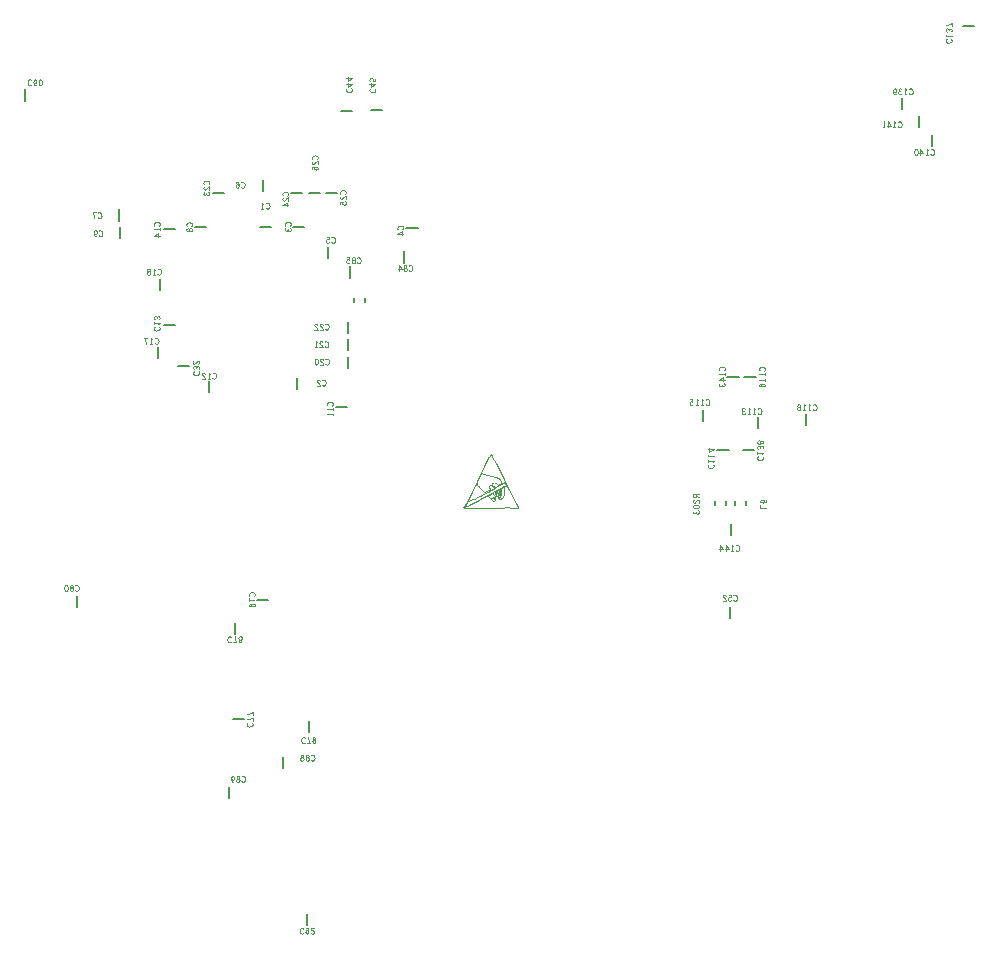
<source format=gbs>
G04 ================== begin FILE IDENTIFICATION RECORD ==================*
G04 Layout Name:  Beamforming_PCB_Ver1_0_1.brd*
G04 Film Name:    silkscreen_bottom*
G04 File Format:  Gerber RS274X*
G04 File Origin:  Cadence Allegro 16.6-2015-S066*
G04 Origin Date:  Thu Mar 18 00:04:30 2021*
G04 *
G04 Layer:  BOARD GEOMETRY/SILKSCREEN_BOTTOM*
G04 Layer:  REF DES/SILKSCREEN_BOTTOM*
G04 Layer:  PACKAGE GEOMETRY/SILKSCREEN_BOTTOM*
G04 Layer:  MANUFACTURING/AUTOSILK_BOTTOM*
G04 *
G04 Offset:    (0.00 0.00)*
G04 Mirror:    No*
G04 Mode:      Positive*
G04 Rotation:  0*
G04 FullContactRelief:  No*
G04 UndefLineWidth:     0.00*
G04 ================== end FILE IDENTIFICATION RECORD ====================*
%FSLAX25Y25*MOIN*%
%IR0*IPPOS*OFA0.00000B0.00000*MIA0B0*SFA1.00000B1.00000*%
%ADD10C,.003*%
%ADD11C,.004*%
%ADD12C,.00787*%
G75*
%LPD*%
G75*
G54D10*
G01X196326Y185074D02*
X196835Y184072D01*
X197484Y182796D01*
X198160Y181470D01*
X198758Y180300D01*
X199420Y179002D01*
X200319Y177239D01*
X201283Y175345D01*
X202170Y173600D01*
G03X202965Y172041I558673J283909D01*
G03X203648Y170712I296629J151604D01*
G01X204256Y169538D01*
G03X204314Y169455I347J180D01*
G02X204347Y169413I-267J-244D01*
G02X204375Y169364I-358J-237D01*
G02X204394Y169317I-332J-162D01*
G02X204400Y169280I-111J-37D01*
G02X204367Y169247I-33J0D01*
G01X201712Y169224D01*
G02X198759Y169206I-4771J540547D01*
G02X195250Y169200I-3583J1069416D01*
G01X191742Y169202D01*
X188789Y169207D01*
X186112Y169215D01*
G02X186103Y169225I0J9D01*
G02X186113Y169260I100J-10D01*
G01X188498Y174002D01*
X190921Y178814D01*
X193400Y183731D01*
G02X194075Y185061I308853J-155912D01*
G02X194651Y186180I157429J-80328D01*
G01X195170Y187181D01*
G02X195200Y187199I30J-16D01*
G02X195229Y187181I-1J-33D01*
G01X195551Y186575D01*
G02X195910Y185889I-59373J-31508D01*
G02X196326Y185074I-115951J-59698D01*
G01X199067Y177215D02*
G02X198368Y176841I-86064J160012D01*
G02X197493Y176377I-206525J388402D01*
G02X196492Y175848I-259556J489933D01*
G01X195400Y175275D01*
X194865Y174994D01*
X194086Y174585D01*
X193224Y174132D01*
X192400Y173700D01*
X191569Y173263D01*
X190685Y172800D01*
X189875Y172375D01*
X189300Y172075D01*
G03X187812Y171290I106090J-202900D01*
G03X187374Y171015I1681J-3163D01*
G03X187114Y170742I641J-871D01*
G03X186835Y170265I3923J-2615D01*
G03X186705Y169999I10008J-5056D01*
G03X186601Y169769I5370J-2567D01*
G03X186520Y169573I10534J-4468D01*
G03X186527Y169539I29J-12D01*
G03X186561Y169532I22J22D01*
G03X186744Y169609I-3597J8805D01*
G03X186960Y169709I-2106J4831D01*
G03X187209Y169834I-4315J8907D01*
G01X187547Y170011D01*
X188073Y170285D01*
X188667Y170595D01*
X189250Y170898D01*
X189859Y171215D01*
X190532Y171566D01*
X191168Y171898D01*
X191650Y172150D01*
X192138Y172404D01*
X192797Y172748D01*
X193503Y173115D01*
X194150Y173451D01*
X194776Y173776D01*
X195415Y174109D01*
X195982Y174406D01*
G03X196350Y174599I-42347J81192D01*
G02X196723Y174796I41231J-77615D01*
G01X197314Y175105D01*
X197986Y175455D01*
X198650Y175800D01*
G03X199267Y176120I-115734J223904D01*
G03X199793Y176396I-62739J120208D01*
G01X200256Y176641D01*
G03X200294Y176667I-97J182D01*
G03X200311Y176743I-42J49D01*
G03X200119Y177151I-17645J-8054D01*
G03X199919Y177554I-16440J-7908D01*
G03X199843Y177600I-76J-39D01*
G03X199801Y177590I1J-96D01*
G03X199590Y177487I12808J-26505D01*
G03X199346Y177362I6233J-12467D01*
G03X199067Y177215I11196J-21588D01*
G01X191195Y178789D02*
G03X190849Y178093I97090J-48700D01*
G03X190564Y177503I49643J-24344D01*
G01X190313Y176978D01*
G03X190319Y176954I18J-8D01*
G03X190343Y176937I136J167D01*
G03X190481Y176856I34446J58528D01*
G03X190642Y176761I15996J26925D01*
G03X190827Y176654I26981J46436D01*
G02X191046Y176509I-1042J-1811D01*
G02X191247Y176336I-1309J-1724D01*
G02X191421Y176143I-1456J-1488D01*
G02X191562Y175939I-1344J-1079D01*
G03X191865Y175527I2121J1242D01*
G03X192389Y174990I8019J7300D01*
G03X192939Y174487I11400J11913D01*
G03X193171Y174400I232J266D01*
G03X193328Y174432I0J401D01*
G03X193667Y174585I-3313J7792D01*
G03X194084Y174797I-4075J8532D01*
G03X194563Y175065I-8455J15673D01*
G01X194975Y175304D01*
X194833Y175718D01*
G02X194726Y176103I3047J1054D01*
G02X194732Y176352I529J112D01*
G02X194844Y176515I282J-74D01*
G02X195070Y176621I396J-551D01*
G03X195224Y176682I-168J649D01*
G03X195379Y176785I-504J927D01*
G03X195529Y176927I-817J1013D01*
G03X195670Y177102I-1348J1231D01*
G02X195951Y177426I1694J-1185D01*
G02X196218Y177561I366J-392D01*
G02X196534Y177539I116J-615D01*
G02X196979Y177348I-999J-2941D01*
G02X197194Y177227I-1856J-3550D01*
G02X197393Y177097I-1780J-2942D01*
G02X197554Y176976I-1722J-2459D01*
G02X197629Y176891I-216J-266D01*
G03X197711Y176808I225J140D01*
G03X197806Y176790I70J111D01*
G03X197954Y176839I-100J550D01*
G03X198294Y177014I-6290J12639D01*
G03X198513Y177134I-5688J10640D01*
G03X198712Y177249I-4221J7534D01*
G03X198876Y177349I-4716J7919D01*
G03X198937Y177398I-187J295D01*
G03X198956Y177519I-73J74D01*
G03X198700Y177997I-12304J-6282D01*
G03X198402Y178486I-6688J-3740D01*
G03X198107Y178878I-3449J-2289D01*
G03X197924Y179016I-398J-338D01*
G03X197554Y179161I-1690J-3768D01*
G03X196969Y179340I-3156J-9267D01*
G03X195981Y179600I-18082J-66703D01*
G02X195179Y179807I46663J182449D01*
G02X194368Y180020I50024J192118D01*
G02X193652Y180211I45431J171743D01*
G02X193200Y180336I7968J29693D01*
G03X192865Y180430I-9518J-33276D01*
G03X192563Y180511I-6040J-21918D01*
G03X192309Y180576I-7387J-28336D01*
G03X192226Y180589I-122J-510D01*
G03X192155Y180553I-7J-74D01*
G03X191871Y180065I38370J-22657D01*
G03X191551Y179483I16697J-9559D01*
G03X191195Y178789I32149J-16930D01*
G01X195077Y173718D02*
X194404Y173340D01*
X195267Y172315D01*
G03X195702Y171810I20521J17237D01*
G03X195989Y171517I3129J2778D01*
G03X196196Y171353I1168J1261D01*
G03X196339Y171320I114J169D01*
G03X196491Y171388I-42J297D01*
G03X196571Y171524I-159J185D01*
G03X196576Y171748I-599J125D01*
G03X196502Y172094I-3425J-552D01*
G03X196433Y172324I-4383J-1189D01*
G03X196378Y172415I-224J-73D01*
G03X196308Y172438I-57J-55D01*
G03X196202Y172401I62J-347D01*
G02X196047Y172325I-1265J2384D01*
G02X195963Y172305I-90J191D01*
G02X195918Y172331I0J51D01*
G02X195900Y172396I111J66D01*
G02X195914Y172441I79J0D01*
G02X195961Y172497I340J-237D01*
G02X196029Y172555I396J-396D01*
G02X196108Y172604I406J-567D01*
G02X196308Y172639I153J-285D01*
G02X196505Y172552I-58J-397D01*
G02X196651Y172359I-337J-407D01*
G02X196707Y172110I-602J-266D01*
G03X196716Y171996I1116J31D01*
G03X196737Y171867I1849J235D01*
G03X196767Y171745I1737J362D01*
G03X196800Y171650I717J196D01*
G03X196864I32J14D01*
G03X196895Y171819I-339J150D01*
G03X196843Y172264I-3840J-223D01*
G03X196740Y172702I-3847J-673D01*
G03X196577Y173098I-2004J-593D01*
G03X196288Y173580I-5355J-2883D01*
G03X195975Y174021I-7234J-4803D01*
G03X195813Y174098I-155J-118D01*
G03X195769Y174087I3J-105D01*
G03X195571Y173985I10866J-21335D01*
G03X195339Y173863I5690J-11101D01*
G03X195077Y173718I10202J-18743D01*
G01X195500Y176602D02*
G03X195524Y176551I66J0D01*
G03X195647Y176458I1372J1687D01*
G03X195808Y176354I1296J1829D01*
G03X196000Y176250I1875J3233D01*
G03X196237Y176136I2695J5299D01*
G03X196385Y176086I334J745D01*
G03X196467Y176087I39J159D01*
G03X196500Y176131I-12J44D01*
G03X196474Y176196I-94J0D01*
G03X196375Y176286I-717J-690D01*
G03X196238Y176382I-812J-1012D01*
G03X196075Y176470I-999J-1656D01*
G03X195741Y176627I-8078J-16752D01*
G03X195597Y176676I-311J-677D01*
G03X195530Y176662I-18J-79D01*
G03X195500Y176602I45J-60D01*
G01X198925Y175720D02*
G03X198715Y175605I1763J-3468D01*
G03X198627Y175525I147J-250D01*
G03X198616Y175450I67J-48D01*
G03X198668Y175365I207J68D01*
G02X198695Y175306I-64J-65D01*
G02X198709Y175006I-16117J-902D01*
G02X198715Y174649I-9532J-339D01*
G02X198710Y174239I-16603J-3D01*
G02X198686Y173606I-23561J576D01*
G02X198643Y173274I-2160J111D01*
G02X198557Y173019I-1107J231D01*
G02X198392Y172721I-2562J1224D01*
G03X198225Y172424I2679J-1702D01*
G03X198121Y172155I1467J-722D01*
G03X198092Y171963I703J-204D01*
G03X198155Y171900I63J0D01*
G03X198187Y171912I0J50D01*
G03X198265Y171981I-1576J1861D01*
G03X198356Y172070I-1445J1568D01*
G03X198453Y172175I-2475J2383D01*
G02X198591Y172322I2559J-2264D01*
G02X198671Y172373I153J-152D01*
G02X198735Y172365I24J-67D01*
G02X198801Y172300I-142J-211D01*
G03X198871Y172246I121J84D01*
G03X198949Y172251I34J88D01*
G03X199055Y172334I-208J375D01*
G03X199242Y172543I-4684J4379D01*
G03X199376Y172719I-1346J1164D01*
G03X199498Y172925I-2029J1340D01*
G03X199593Y173128I-1962J1042D01*
G03X199639Y173293I-723J290D01*
G03X199714Y173893I-7129J1196D01*
G03X199767Y174717I-24357J1980D01*
G03X199797Y175524I-34183J1675D01*
G03X199762Y175839I-1176J29D01*
G03X199700Y176003I-749J-189D01*
G03X199622Y176043I-67J-35D01*
G03X199480Y175999I65J-462D01*
G03X198925Y175720I28893J-58167D01*
G01X198221Y174949D02*
G03X198174Y174747I2837J-766D01*
G03X198135Y174516I4796J-928D01*
G03X198109Y174290I4659J-650D01*
G03X198100Y174109I1911J-186D01*
G02X198083Y173922I-1034J0D01*
G02X198031Y173707I-1952J358D01*
G02X197951Y173488I-2080J636D01*
G02X197851Y173285I-1758J740D01*
G03X197684Y172948I2713J-1554D01*
G03X197613Y172677I911J-384D01*
G03X197633Y172466I506J-59D01*
G03X197739Y172309I319J101D01*
G03X197824Y172283I74J89D01*
G03X197910Y172323I-15J144D01*
G03X198016Y172453I-459J482D01*
G03X198180Y172731I-6485J4013D01*
G03X198350Y173067I-3453J1958D01*
G03X198438Y173339I-1233J549D01*
G03X198481Y173671I-2097J440D01*
G03X198501Y174259I-18004J907D01*
G03X198513Y175039I-207858J3588D01*
G03X198507Y175265I-2697J41D01*
G03X198479Y175364I-258J-19D01*
G03X198421Y175400I-58J-29D01*
G03X198384Y175378I0J-42D01*
G03X198329Y175267I1350J-738D01*
G03X198273Y175122I1509J-666D01*
G03X198221Y174949I2790J-933D01*
G01X197405Y174934D02*
G03X197384Y174899I45J-51D01*
G03X197353Y174752I6110J-1365D01*
G03X197320Y174574I4354J-899D01*
G03X197290Y174372I7241J-1179D01*
G02X197259Y174146I-17280J2255D01*
G02X197221Y173900I-24531J3663D01*
G02X197184Y173671I-22601J3534D01*
G02X197153Y173500I-7135J1205D01*
G03X197132Y173334I1298J-249D01*
G03X197137Y173191I727J-46D01*
G03X197168Y173067I557J73D01*
G03X197225Y172963I397J150D01*
G03X197313Y172882I270J205D01*
G03X197383Y172887I32J49D01*
G03X197461Y172987I-225J256D01*
G03X197625Y173313I-12853J6670D01*
G03X197729Y173555I-2458J1200D01*
G03X197824Y173839I-4284J1591D01*
G03X197898Y174120I-4210J1259D01*
G03X197936Y174350I-1797J415D01*
G02X197960Y174559I6206J-607D01*
G02X197992Y174772I6864J-922D01*
G02X198026Y174961I6080J-996D01*
G02X198057Y175085I1233J-242D01*
G01X198129Y175320D01*
X197789Y175147D01*
G03X197656Y175078I4416J-8674D01*
G03X197536Y175013I3088J-5844D01*
G03X197437Y174957I3812J-6854D01*
G03X197405Y174934I92J-161D01*
G01X196760Y174525D02*
G02X196765Y174455I-3114J-258D01*
G02X196771Y174334I-25299J-1315D01*
G02X196779Y174193I-28243J-1673D01*
G02X196785Y174050I-30119J-1335D01*
G03X196797Y173916I1490J66D01*
G03X196820Y173803I803J105D01*
G03X196850Y173721I528J147D01*
G03X196884Y173700I33J16D01*
G03X196980Y173755I0J112D01*
G03X197088Y173971I-1476J873D01*
G03X197172Y174229I-1623J671D01*
G03X197200Y174462I-958J233D01*
G03X197190Y174591I-866J-2D01*
G03X197156Y174658I-117J-17D01*
G03X197090Y174687I-71J-73D01*
G03X196975Y174682I-32J-589D01*
G03X196890Y174660I61J-412D01*
G03X196819Y174623I97J-272D01*
G03X196773Y174575I114J-156D01*
G03X196760Y174525I65J-44D01*
G01X198525Y171942D02*
G03X198604Y171913I70J70D01*
G03X198695Y171950I-15J168D01*
G03X198751Y172031I-107J134D01*
G03X198740Y172116I-98J31D01*
G03X198706Y172153I-114J-71D01*
G03X198666Y172166I-39J-51D01*
G03X198621Y172152I3J-88D01*
G03X198570Y172110I170J-259D01*
G03X198534Y172065I183J-184D01*
G03X198513Y172017I148J-93D01*
G03X198510Y171973I114J-30D01*
G03X198525Y171942I52J6D01*
G54D11*
G01X41950Y310267D02*
X41800Y310167D01*
X41625Y310100D01*
X41425D01*
X41200Y310200D01*
X41025Y310367D01*
X40900Y310567D01*
X40800Y310900D01*
X40775Y311200D01*
X40825Y311500D01*
X40900Y311700D01*
X41050Y311900D01*
X41225Y312033D01*
X41400Y312100D01*
X41575D01*
X41750Y312033D01*
X41900Y311933D01*
X42025Y311800D01*
G01X42725Y311267D02*
X42900Y311033D01*
X43050Y310900D01*
X43250Y310833D01*
X43425Y310900D01*
X43550Y311033D01*
X43650Y311233D01*
X43675Y311467D01*
X43650Y311667D01*
X43550Y311867D01*
X43400Y312033D01*
X43225Y312100D01*
X43025Y312033D01*
X42850Y311833D01*
X42750Y311533D01*
X42725Y311200D01*
X42775Y310767D01*
X42850Y310533D01*
X42975Y310300D01*
X43150Y310133D01*
X43325Y310100D01*
X43500Y310167D01*
X43625Y310333D01*
G01X45000Y310100D02*
X44800Y310167D01*
X44650Y310333D01*
X44550Y310533D01*
X44475Y310800D01*
X44450Y311100D01*
X44475Y311400D01*
X44550Y311667D01*
X44650Y311867D01*
X44800Y312033D01*
X45000Y312100D01*
X45200Y312033D01*
X45350Y311867D01*
X45450Y311667D01*
X45525Y311400D01*
X45550Y311100D01*
X45525Y310800D01*
X45450Y310533D01*
X45350Y310333D01*
X45200Y310167D01*
X45000Y310100D01*
G01X56650Y143433D02*
X56800Y143533D01*
X56975Y143600D01*
X57175D01*
X57400Y143500D01*
X57575Y143333D01*
X57700Y143133D01*
X57800Y142800D01*
X57825Y142500D01*
X57775Y142200D01*
X57700Y142000D01*
X57550Y141800D01*
X57375Y141667D01*
X57200Y141600D01*
X57025D01*
X56850Y141667D01*
X56700Y141767D01*
X56575Y141900D01*
G01X55400Y141600D02*
X55225Y141633D01*
X55025Y141733D01*
X54900Y141900D01*
X54850Y142133D01*
X54900Y142367D01*
X55050Y142567D01*
X55275Y142667D01*
X55525D01*
X55675Y142733D01*
X55800Y142900D01*
X55850Y143133D01*
X55775Y143367D01*
X55600Y143533D01*
X55400Y143600D01*
X55200Y143533D01*
X55025Y143367D01*
X54950Y143133D01*
X55000Y142900D01*
X55125Y142733D01*
X55275Y142667D01*
X55525D01*
X55750Y142567D01*
X55900Y142367D01*
X55950Y142133D01*
X55900Y141900D01*
X55775Y141733D01*
X55575Y141633D01*
X55400Y141600D01*
G01X53600Y143600D02*
X53800Y143533D01*
X53950Y143367D01*
X54050Y143167D01*
X54125Y142900D01*
X54150Y142600D01*
X54125Y142300D01*
X54050Y142033D01*
X53950Y141833D01*
X53800Y141667D01*
X53600Y141600D01*
X53400Y141667D01*
X53250Y141833D01*
X53150Y142033D01*
X53075Y142300D01*
X53050Y142600D01*
X53075Y142900D01*
X53150Y143167D01*
X53250Y143367D01*
X53400Y143533D01*
X53600Y143600D01*
G01X64550Y261633D02*
X64700Y261733D01*
X64875Y261800D01*
X65075D01*
X65300Y261700D01*
X65475Y261533D01*
X65600Y261333D01*
X65700Y261000D01*
X65725Y260700D01*
X65675Y260400D01*
X65600Y260200D01*
X65450Y260000D01*
X65275Y259867D01*
X65100Y259800D01*
X64925D01*
X64750Y259867D01*
X64600Y259967D01*
X64475Y260100D01*
G01X63725Y260033D02*
X63550Y259867D01*
X63350Y259800D01*
X63150Y259867D01*
X62975Y260067D01*
X62850Y260367D01*
X62800Y260667D01*
Y261033D01*
X62850Y261333D01*
X62975Y261600D01*
X63125Y261733D01*
X63300Y261800D01*
X63500Y261733D01*
X63650Y261600D01*
X63750Y261400D01*
X63800Y261133D01*
X63750Y260900D01*
X63625Y260667D01*
X63475Y260533D01*
X63300Y260500D01*
X63100Y260567D01*
X62950Y260733D01*
X62800Y261033D01*
G01X64250Y267633D02*
X64400Y267733D01*
X64575Y267800D01*
X64775D01*
X65000Y267700D01*
X65175Y267533D01*
X65300Y267333D01*
X65400Y267000D01*
X65425Y266700D01*
X65375Y266400D01*
X65300Y266200D01*
X65150Y266000D01*
X64975Y265867D01*
X64800Y265800D01*
X64625D01*
X64450Y265867D01*
X64300Y265967D01*
X64175Y266100D01*
G01X63050Y265800D02*
X63000Y266233D01*
X62925Y266600D01*
X62825Y266933D01*
X62700Y267300D01*
X62500Y267800D01*
X63500D01*
G01X83250Y225733D02*
X83400Y225833D01*
X83575Y225900D01*
X83775D01*
X84000Y225800D01*
X84175Y225633D01*
X84300Y225433D01*
X84400Y225100D01*
X84425Y224800D01*
X84375Y224500D01*
X84300Y224300D01*
X84150Y224100D01*
X83975Y223967D01*
X83800Y223900D01*
X83625D01*
X83450Y223967D01*
X83300Y224067D01*
X83175Y224200D01*
G01X82000Y223900D02*
Y225900D01*
X82300Y225500D01*
G01Y223900D02*
X81700D01*
G01X80250D02*
X80200Y224333D01*
X80125Y224700D01*
X80025Y225033D01*
X79900Y225400D01*
X79700Y225900D01*
X80700D01*
G01X84633Y229550D02*
X84733Y229400D01*
X84800Y229225D01*
Y229025D01*
X84700Y228800D01*
X84533Y228625D01*
X84333Y228500D01*
X84000Y228400D01*
X83700Y228375D01*
X83400Y228425D01*
X83200Y228500D01*
X83000Y228650D01*
X82867Y228825D01*
X82800Y229000D01*
Y229175D01*
X82867Y229350D01*
X82967Y229500D01*
X83100Y229625D01*
G01X82800Y230800D02*
X84800D01*
X84400Y230500D01*
G01X82800D02*
Y231100D01*
G01X83200Y232050D02*
X82967Y232200D01*
X82833Y232400D01*
X82800Y232625D01*
X82833Y232825D01*
X83000Y233025D01*
X83200Y233150D01*
X83400Y233175D01*
X83633Y233125D01*
X83800Y232950D01*
X83867Y232775D01*
Y232550D01*
G01Y232775D02*
X83967Y232925D01*
X84133Y233050D01*
X84333Y233100D01*
X84533Y233050D01*
X84700Y232925D01*
X84800Y232700D01*
X84767Y232475D01*
X84633Y232250D01*
G01X84150Y248833D02*
X84300Y248933D01*
X84475Y249000D01*
X84675D01*
X84900Y248900D01*
X85075Y248733D01*
X85200Y248533D01*
X85300Y248200D01*
X85325Y247900D01*
X85275Y247600D01*
X85200Y247400D01*
X85050Y247200D01*
X84875Y247067D01*
X84700Y247000D01*
X84525D01*
X84350Y247067D01*
X84200Y247167D01*
X84075Y247300D01*
G01X82900Y247000D02*
Y249000D01*
X83200Y248600D01*
G01Y247000D02*
X82600D01*
G01X81100D02*
X80925Y247033D01*
X80725Y247133D01*
X80600Y247300D01*
X80550Y247533D01*
X80600Y247767D01*
X80750Y247967D01*
X80975Y248067D01*
X81225D01*
X81375Y248133D01*
X81500Y248300D01*
X81550Y248533D01*
X81475Y248767D01*
X81300Y248933D01*
X81100Y249000D01*
X80900Y248933D01*
X80725Y248767D01*
X80650Y248533D01*
X80700Y248300D01*
X80825Y248133D01*
X80975Y248067D01*
X81225D01*
X81450Y247967D01*
X81600Y247767D01*
X81650Y247533D01*
X81600Y247300D01*
X81475Y247133D01*
X81275Y247033D01*
X81100Y247000D01*
G01X83067Y263350D02*
X82967Y263500D01*
X82900Y263675D01*
Y263875D01*
X83000Y264100D01*
X83167Y264275D01*
X83367Y264400D01*
X83700Y264500D01*
X84000Y264525D01*
X84300Y264475D01*
X84500Y264400D01*
X84700Y264250D01*
X84833Y264075D01*
X84900Y263900D01*
Y263725D01*
X84833Y263550D01*
X84733Y263400D01*
X84600Y263275D01*
G01X84900Y262100D02*
X82900D01*
X83300Y262400D01*
G01X84900D02*
Y261800D01*
G01Y260000D02*
X82900D01*
X84333Y260925D01*
Y259675D01*
G01X93810Y263250D02*
X93710Y263400D01*
X93643Y263575D01*
Y263775D01*
X93743Y264000D01*
X93910Y264175D01*
X94110Y264300D01*
X94443Y264400D01*
X94743Y264425D01*
X95043Y264375D01*
X95243Y264300D01*
X95443Y264150D01*
X95576Y263975D01*
X95643Y263800D01*
Y263625D01*
X95576Y263450D01*
X95476Y263300D01*
X95343Y263175D01*
G01X95643Y262000D02*
X95610Y261825D01*
X95510Y261625D01*
X95343Y261500D01*
X95110Y261450D01*
X94876Y261500D01*
X94676Y261650D01*
X94576Y261875D01*
Y262125D01*
X94510Y262275D01*
X94343Y262400D01*
X94110Y262450D01*
X93876Y262375D01*
X93710Y262200D01*
X93643Y262000D01*
X93710Y261800D01*
X93876Y261625D01*
X94110Y261550D01*
X94343Y261600D01*
X94510Y261725D01*
X94576Y261875D01*
Y262125D01*
X94676Y262350D01*
X94876Y262500D01*
X95110Y262550D01*
X95343Y262500D01*
X95510Y262375D01*
X95610Y262175D01*
X95643Y262000D01*
G01X97833Y214750D02*
X97933Y214600D01*
X98000Y214425D01*
Y214225D01*
X97900Y214000D01*
X97733Y213825D01*
X97533Y213700D01*
X97200Y213600D01*
X96900Y213575D01*
X96600Y213625D01*
X96400Y213700D01*
X96200Y213850D01*
X96067Y214025D01*
X96000Y214200D01*
Y214375D01*
X96067Y214550D01*
X96167Y214700D01*
X96300Y214825D01*
G01X96400Y215450D02*
X96167Y215600D01*
X96033Y215800D01*
X96000Y216025D01*
X96033Y216225D01*
X96200Y216425D01*
X96400Y216550D01*
X96600Y216575D01*
X96833Y216525D01*
X97000Y216350D01*
X97067Y216175D01*
Y215950D01*
G01Y216175D02*
X97167Y216325D01*
X97333Y216450D01*
X97533Y216500D01*
X97733Y216450D01*
X97900Y216325D01*
X98000Y216100D01*
X97967Y215875D01*
X97833Y215650D01*
G01X97667Y217325D02*
X97867Y217475D01*
X97967Y217650D01*
X98000Y217850D01*
X97933Y218100D01*
X97767Y218275D01*
X97567Y218325D01*
X97367Y218300D01*
X97200Y218200D01*
X96867Y217700D01*
X96633Y217475D01*
X96300Y217325D01*
X96000Y217275D01*
Y218325D01*
G01X102450Y214190D02*
X102600Y214290D01*
X102775Y214357D01*
X102975D01*
X103200Y214257D01*
X103375Y214090D01*
X103500Y213890D01*
X103600Y213557D01*
X103625Y213257D01*
X103575Y212957D01*
X103500Y212757D01*
X103350Y212557D01*
X103175Y212424D01*
X103000Y212357D01*
X102825D01*
X102650Y212424D01*
X102500Y212524D01*
X102375Y212657D01*
G01X101200Y212357D02*
Y214357D01*
X101500Y213957D01*
G01Y212357D02*
X100900D01*
G01X99875Y214024D02*
X99725Y214224D01*
X99550Y214324D01*
X99350Y214357D01*
X99100Y214290D01*
X98925Y214124D01*
X98875Y213924D01*
X98900Y213724D01*
X99000Y213557D01*
X99500Y213224D01*
X99725Y212990D01*
X99875Y212657D01*
X99925Y212357D01*
X98875D01*
G01X99567Y277150D02*
X99467Y277300D01*
X99400Y277475D01*
Y277675D01*
X99500Y277900D01*
X99667Y278075D01*
X99867Y278200D01*
X100200Y278300D01*
X100500Y278325D01*
X100800Y278275D01*
X101000Y278200D01*
X101200Y278050D01*
X101333Y277875D01*
X101400Y277700D01*
Y277525D01*
X101333Y277350D01*
X101233Y277200D01*
X101100Y277075D01*
G01X99733Y276375D02*
X99533Y276225D01*
X99433Y276050D01*
X99400Y275850D01*
X99467Y275600D01*
X99633Y275425D01*
X99833Y275375D01*
X100033Y275400D01*
X100200Y275500D01*
X100533Y276000D01*
X100767Y276225D01*
X101100Y276375D01*
X101400Y276425D01*
Y275375D01*
G01X101000Y274650D02*
X101233Y274500D01*
X101367Y274300D01*
X101400Y274075D01*
X101367Y273875D01*
X101200Y273675D01*
X101000Y273550D01*
X100800Y273525D01*
X100567Y273575D01*
X100400Y273750D01*
X100333Y273925D01*
Y274150D01*
G01Y273925D02*
X100233Y273775D01*
X100067Y273650D01*
X99867Y273600D01*
X99667Y273650D01*
X99500Y273775D01*
X99400Y274000D01*
X99433Y274225D01*
X99567Y274450D01*
G01X112150Y79733D02*
X112300Y79833D01*
X112475Y79900D01*
X112675D01*
X112900Y79800D01*
X113075Y79633D01*
X113200Y79433D01*
X113300Y79100D01*
X113325Y78800D01*
X113275Y78500D01*
X113200Y78300D01*
X113050Y78100D01*
X112875Y77967D01*
X112700Y77900D01*
X112525D01*
X112350Y77967D01*
X112200Y78067D01*
X112075Y78200D01*
G01X110900Y77900D02*
X110725Y77933D01*
X110525Y78033D01*
X110400Y78200D01*
X110350Y78433D01*
X110400Y78667D01*
X110550Y78867D01*
X110775Y78967D01*
X111025D01*
X111175Y79033D01*
X111300Y79200D01*
X111350Y79433D01*
X111275Y79667D01*
X111100Y79833D01*
X110900Y79900D01*
X110700Y79833D01*
X110525Y79667D01*
X110450Y79433D01*
X110500Y79200D01*
X110625Y79033D01*
X110775Y78967D01*
X111025D01*
X111250Y78867D01*
X111400Y78667D01*
X111450Y78433D01*
X111400Y78200D01*
X111275Y78033D01*
X111075Y77933D01*
X110900Y77900D01*
G01X109525Y78133D02*
X109350Y77967D01*
X109150Y77900D01*
X108950Y77967D01*
X108775Y78167D01*
X108650Y78467D01*
X108600Y78767D01*
Y79133D01*
X108650Y79433D01*
X108775Y79700D01*
X108925Y79833D01*
X109100Y79900D01*
X109300Y79833D01*
X109450Y79700D01*
X109550Y79500D01*
X109600Y79233D01*
X109550Y79000D01*
X109425Y78767D01*
X109275Y78633D01*
X109100Y78600D01*
X108900Y78667D01*
X108750Y78833D01*
X108600Y79133D01*
G01X108550Y124610D02*
X108400Y124510D01*
X108225Y124443D01*
X108025D01*
X107800Y124543D01*
X107625Y124710D01*
X107500Y124910D01*
X107400Y125243D01*
X107375Y125543D01*
X107425Y125843D01*
X107500Y126043D01*
X107650Y126243D01*
X107825Y126376D01*
X108000Y126443D01*
X108175D01*
X108350Y126376D01*
X108500Y126276D01*
X108625Y126143D01*
G01X109750Y126443D02*
X109800Y126010D01*
X109875Y125643D01*
X109975Y125310D01*
X110100Y124943D01*
X110300Y124443D01*
X109300D01*
G01X111600Y126443D02*
X111775Y126410D01*
X111975Y126310D01*
X112100Y126143D01*
X112150Y125910D01*
X112100Y125676D01*
X111950Y125476D01*
X111725Y125376D01*
X111475D01*
X111325Y125310D01*
X111200Y125143D01*
X111150Y124910D01*
X111225Y124676D01*
X111400Y124510D01*
X111600Y124443D01*
X111800Y124510D01*
X111975Y124676D01*
X112050Y124910D01*
X112000Y125143D01*
X111875Y125310D01*
X111725Y125376D01*
X111475D01*
X111250Y125476D01*
X111100Y125676D01*
X111050Y125910D01*
X111100Y126143D01*
X111225Y126310D01*
X111425Y126410D01*
X111600Y126443D01*
G01X111950Y277733D02*
X112100Y277833D01*
X112275Y277900D01*
X112475D01*
X112700Y277800D01*
X112875Y277633D01*
X113000Y277433D01*
X113100Y277100D01*
X113125Y276800D01*
X113075Y276500D01*
X113000Y276300D01*
X112850Y276100D01*
X112675Y275967D01*
X112500Y275900D01*
X112325D01*
X112150Y275967D01*
X112000Y276067D01*
X111875Y276200D01*
G01X111175Y276733D02*
X111000Y276967D01*
X110850Y277100D01*
X110650Y277167D01*
X110475Y277100D01*
X110350Y276967D01*
X110250Y276767D01*
X110225Y276533D01*
X110250Y276333D01*
X110350Y276133D01*
X110500Y275967D01*
X110675Y275900D01*
X110875Y275967D01*
X111050Y276167D01*
X111150Y276467D01*
X111175Y276800D01*
X111125Y277233D01*
X111050Y277467D01*
X110925Y277700D01*
X110750Y277867D01*
X110575Y277900D01*
X110400Y277833D01*
X110275Y277667D01*
G01X115590Y97550D02*
X115690Y97400D01*
X115757Y97225D01*
Y97025D01*
X115657Y96800D01*
X115490Y96625D01*
X115290Y96500D01*
X114957Y96400D01*
X114657Y96375D01*
X114357Y96425D01*
X114157Y96500D01*
X113957Y96650D01*
X113824Y96825D01*
X113757Y97000D01*
Y97175D01*
X113824Y97350D01*
X113924Y97500D01*
X114057Y97625D01*
G01X113757Y98750D02*
X114190Y98800D01*
X114557Y98875D01*
X114890Y98975D01*
X115257Y99100D01*
X115757Y99300D01*
Y98300D01*
G01X113757Y100550D02*
X114190Y100600D01*
X114557Y100675D01*
X114890Y100775D01*
X115257Y100900D01*
X115757Y101100D01*
Y100100D01*
G01X114710Y139950D02*
X114610Y140100D01*
X114543Y140275D01*
Y140475D01*
X114643Y140700D01*
X114810Y140875D01*
X115010Y141000D01*
X115343Y141100D01*
X115643Y141125D01*
X115943Y141075D01*
X116143Y141000D01*
X116343Y140850D01*
X116476Y140675D01*
X116543Y140500D01*
Y140325D01*
X116476Y140150D01*
X116376Y140000D01*
X116243Y139875D01*
G01X116543Y138750D02*
X116110Y138700D01*
X115743Y138625D01*
X115410Y138525D01*
X115043Y138400D01*
X114543Y138200D01*
Y139200D01*
G01X115710Y137375D02*
X115476Y137200D01*
X115343Y137050D01*
X115276Y136850D01*
X115343Y136675D01*
X115476Y136550D01*
X115676Y136450D01*
X115910Y136425D01*
X116110Y136450D01*
X116310Y136550D01*
X116476Y136700D01*
X116543Y136875D01*
X116476Y137075D01*
X116276Y137250D01*
X115976Y137350D01*
X115643Y137375D01*
X115210Y137325D01*
X114976Y137250D01*
X114743Y137125D01*
X114576Y136950D01*
X114543Y136775D01*
X114610Y136600D01*
X114776Y136475D01*
G01X120250Y270833D02*
X120400Y270933D01*
X120575Y271000D01*
X120775D01*
X121000Y270900D01*
X121175Y270733D01*
X121300Y270533D01*
X121400Y270200D01*
X121425Y269900D01*
X121375Y269600D01*
X121300Y269400D01*
X121150Y269200D01*
X120975Y269067D01*
X120800Y269000D01*
X120625D01*
X120450Y269067D01*
X120300Y269167D01*
X120175Y269300D01*
G01X119000Y269000D02*
Y271000D01*
X119300Y270600D01*
G01Y269000D02*
X118700D01*
G01X126710Y263350D02*
X126610Y263500D01*
X126543Y263675D01*
Y263875D01*
X126643Y264100D01*
X126810Y264275D01*
X127010Y264400D01*
X127343Y264500D01*
X127643Y264525D01*
X127943Y264475D01*
X128143Y264400D01*
X128343Y264250D01*
X128476Y264075D01*
X128543Y263900D01*
Y263725D01*
X128476Y263550D01*
X128376Y263400D01*
X128243Y263275D01*
G01X128143Y262650D02*
X128376Y262500D01*
X128510Y262300D01*
X128543Y262075D01*
X128510Y261875D01*
X128343Y261675D01*
X128143Y261550D01*
X127943Y261525D01*
X127710Y261575D01*
X127543Y261750D01*
X127476Y261925D01*
Y262150D01*
G01Y261925D02*
X127376Y261775D01*
X127210Y261650D01*
X127010Y261600D01*
X126810Y261650D01*
X126643Y261775D01*
X126543Y262000D01*
X126576Y262225D01*
X126710Y262450D01*
G01X125867Y273450D02*
X125767Y273600D01*
X125700Y273775D01*
Y273975D01*
X125800Y274200D01*
X125967Y274375D01*
X126167Y274500D01*
X126500Y274600D01*
X126800Y274625D01*
X127100Y274575D01*
X127300Y274500D01*
X127500Y274350D01*
X127633Y274175D01*
X127700Y274000D01*
Y273825D01*
X127633Y273650D01*
X127533Y273500D01*
X127400Y273375D01*
G01X126033Y272675D02*
X125833Y272525D01*
X125733Y272350D01*
X125700Y272150D01*
X125767Y271900D01*
X125933Y271725D01*
X126133Y271675D01*
X126333Y271700D01*
X126500Y271800D01*
X126833Y272300D01*
X127067Y272525D01*
X127400Y272675D01*
X127700Y272725D01*
Y271675D01*
G01Y270100D02*
X125700D01*
X127133Y271025D01*
Y269775D01*
G01X132650Y27510D02*
X132500Y27410D01*
X132325Y27343D01*
X132125D01*
X131900Y27443D01*
X131725Y27610D01*
X131600Y27810D01*
X131500Y28143D01*
X131475Y28443D01*
X131525Y28743D01*
X131600Y28943D01*
X131750Y29143D01*
X131925Y29276D01*
X132100Y29343D01*
X132275D01*
X132450Y29276D01*
X132600Y29176D01*
X132725Y29043D01*
G01X133475Y29110D02*
X133650Y29276D01*
X133850Y29343D01*
X134050Y29276D01*
X134225Y29076D01*
X134350Y28776D01*
X134400Y28476D01*
Y28110D01*
X134350Y27810D01*
X134225Y27543D01*
X134075Y27410D01*
X133900Y27343D01*
X133700Y27410D01*
X133550Y27543D01*
X133450Y27743D01*
X133400Y28010D01*
X133450Y28243D01*
X133575Y28476D01*
X133725Y28610D01*
X133900Y28643D01*
X134100Y28576D01*
X134250Y28410D01*
X134400Y28110D01*
G01X135225Y27676D02*
X135375Y27476D01*
X135550Y27376D01*
X135750Y27343D01*
X136000Y27410D01*
X136175Y27576D01*
X136225Y27776D01*
X136200Y27976D01*
X136100Y28143D01*
X135600Y28476D01*
X135375Y28710D01*
X135225Y29043D01*
X135175Y29343D01*
X136225D01*
G01X135250Y86833D02*
X135400Y86933D01*
X135575Y87000D01*
X135775D01*
X136000Y86900D01*
X136175Y86733D01*
X136300Y86533D01*
X136400Y86200D01*
X136425Y85900D01*
X136375Y85600D01*
X136300Y85400D01*
X136150Y85200D01*
X135975Y85067D01*
X135800Y85000D01*
X135625D01*
X135450Y85067D01*
X135300Y85167D01*
X135175Y85300D01*
G01X134000Y85000D02*
X133825Y85033D01*
X133625Y85133D01*
X133500Y85300D01*
X133450Y85533D01*
X133500Y85767D01*
X133650Y85967D01*
X133875Y86067D01*
X134125D01*
X134275Y86133D01*
X134400Y86300D01*
X134450Y86533D01*
X134375Y86767D01*
X134200Y86933D01*
X134000Y87000D01*
X133800Y86933D01*
X133625Y86767D01*
X133550Y86533D01*
X133600Y86300D01*
X133725Y86133D01*
X133875Y86067D01*
X134125D01*
X134350Y85967D01*
X134500Y85767D01*
X134550Y85533D01*
X134500Y85300D01*
X134375Y85133D01*
X134175Y85033D01*
X134000Y85000D01*
G01X132200D02*
X132025Y85033D01*
X131825Y85133D01*
X131700Y85300D01*
X131650Y85533D01*
X131700Y85767D01*
X131850Y85967D01*
X132075Y86067D01*
X132325D01*
X132475Y86133D01*
X132600Y86300D01*
X132650Y86533D01*
X132575Y86767D01*
X132400Y86933D01*
X132200Y87000D01*
X132000Y86933D01*
X131825Y86767D01*
X131750Y86533D01*
X131800Y86300D01*
X131925Y86133D01*
X132075Y86067D01*
X132325D01*
X132550Y85967D01*
X132700Y85767D01*
X132750Y85533D01*
X132700Y85300D01*
X132575Y85133D01*
X132375Y85033D01*
X132200Y85000D01*
G01X133150Y90967D02*
X133000Y90867D01*
X132825Y90800D01*
X132625D01*
X132400Y90900D01*
X132225Y91067D01*
X132100Y91267D01*
X132000Y91600D01*
X131975Y91900D01*
X132025Y92200D01*
X132100Y92400D01*
X132250Y92600D01*
X132425Y92733D01*
X132600Y92800D01*
X132775D01*
X132950Y92733D01*
X133100Y92633D01*
X133225Y92500D01*
G01X134350Y92800D02*
X134400Y92367D01*
X134475Y92000D01*
X134575Y91667D01*
X134700Y91300D01*
X134900Y90800D01*
X133900D01*
G01X135775Y92567D02*
X135950Y92733D01*
X136150Y92800D01*
X136350Y92733D01*
X136525Y92533D01*
X136650Y92233D01*
X136700Y91933D01*
Y91567D01*
X136650Y91267D01*
X136525Y91000D01*
X136375Y90867D01*
X136200Y90800D01*
X136000Y90867D01*
X135850Y91000D01*
X135750Y91200D01*
X135700Y91467D01*
X135750Y91700D01*
X135875Y91933D01*
X136025Y92067D01*
X136200Y92100D01*
X136400Y92033D01*
X136550Y91867D01*
X136700Y91567D01*
G01X140050Y218833D02*
X140200Y218933D01*
X140375Y219000D01*
X140575D01*
X140800Y218900D01*
X140975Y218733D01*
X141100Y218533D01*
X141200Y218200D01*
X141225Y217900D01*
X141175Y217600D01*
X141100Y217400D01*
X140950Y217200D01*
X140775Y217067D01*
X140600Y217000D01*
X140425D01*
X140250Y217067D01*
X140100Y217167D01*
X139975Y217300D01*
G01X139275Y218667D02*
X139125Y218867D01*
X138950Y218967D01*
X138750Y219000D01*
X138500Y218933D01*
X138325Y218767D01*
X138275Y218567D01*
X138300Y218367D01*
X138400Y218200D01*
X138900Y217867D01*
X139125Y217633D01*
X139275Y217300D01*
X139325Y217000D01*
X138275D01*
G01X137000Y219000D02*
X137200Y218933D01*
X137350Y218767D01*
X137450Y218567D01*
X137525Y218300D01*
X137550Y218000D01*
X137525Y217700D01*
X137450Y217433D01*
X137350Y217233D01*
X137200Y217067D01*
X137000Y217000D01*
X136800Y217067D01*
X136650Y217233D01*
X136550Y217433D01*
X136475Y217700D01*
X136450Y218000D01*
X136475Y218300D01*
X136550Y218567D01*
X136650Y218767D01*
X136800Y218933D01*
X137000Y219000D01*
G01X139850Y224633D02*
X140000Y224733D01*
X140175Y224800D01*
X140375D01*
X140600Y224700D01*
X140775Y224533D01*
X140900Y224333D01*
X141000Y224000D01*
X141025Y223700D01*
X140975Y223400D01*
X140900Y223200D01*
X140750Y223000D01*
X140575Y222867D01*
X140400Y222800D01*
X140225D01*
X140050Y222867D01*
X139900Y222967D01*
X139775Y223100D01*
G01X139075Y224467D02*
X138925Y224667D01*
X138750Y224767D01*
X138550Y224800D01*
X138300Y224733D01*
X138125Y224567D01*
X138075Y224367D01*
X138100Y224167D01*
X138200Y224000D01*
X138700Y223667D01*
X138925Y223433D01*
X139075Y223100D01*
X139125Y222800D01*
X138075D01*
G01X136800D02*
Y224800D01*
X137100Y224400D01*
G01Y222800D02*
X136500D01*
G01X139950Y230533D02*
X140100Y230633D01*
X140275Y230700D01*
X140475D01*
X140700Y230600D01*
X140875Y230433D01*
X141000Y230233D01*
X141100Y229900D01*
X141125Y229600D01*
X141075Y229300D01*
X141000Y229100D01*
X140850Y228900D01*
X140675Y228767D01*
X140500Y228700D01*
X140325D01*
X140150Y228767D01*
X140000Y228867D01*
X139875Y229000D01*
G01X139175Y230367D02*
X139025Y230567D01*
X138850Y230667D01*
X138650Y230700D01*
X138400Y230633D01*
X138225Y230467D01*
X138175Y230267D01*
X138200Y230067D01*
X138300Y229900D01*
X138800Y229567D01*
X139025Y229333D01*
X139175Y229000D01*
X139225Y228700D01*
X138175D01*
G01X137375Y230367D02*
X137225Y230567D01*
X137050Y230667D01*
X136850Y230700D01*
X136600Y230633D01*
X136425Y230467D01*
X136375Y230267D01*
X136400Y230067D01*
X136500Y229900D01*
X137000Y229567D01*
X137225Y229333D01*
X137375Y229000D01*
X137425Y228700D01*
X136375D01*
G01X135667Y285550D02*
X135567Y285700D01*
X135500Y285875D01*
Y286075D01*
X135600Y286300D01*
X135767Y286475D01*
X135967Y286600D01*
X136300Y286700D01*
X136600Y286725D01*
X136900Y286675D01*
X137100Y286600D01*
X137300Y286450D01*
X137433Y286275D01*
X137500Y286100D01*
Y285925D01*
X137433Y285750D01*
X137333Y285600D01*
X137200Y285475D01*
G01X135833Y284775D02*
X135633Y284625D01*
X135533Y284450D01*
X135500Y284250D01*
X135567Y284000D01*
X135733Y283825D01*
X135933Y283775D01*
X136133Y283800D01*
X136300Y283900D01*
X136633Y284400D01*
X136867Y284625D01*
X137200Y284775D01*
X137500Y284825D01*
Y283775D01*
G01X136667Y282975D02*
X136433Y282800D01*
X136300Y282650D01*
X136233Y282450D01*
X136300Y282275D01*
X136433Y282150D01*
X136633Y282050D01*
X136867Y282025D01*
X137067Y282050D01*
X137267Y282150D01*
X137433Y282300D01*
X137500Y282475D01*
X137433Y282675D01*
X137233Y282850D01*
X136933Y282950D01*
X136600Y282975D01*
X136167Y282925D01*
X135933Y282850D01*
X135700Y282725D01*
X135533Y282550D01*
X135500Y282375D01*
X135567Y282200D01*
X135733Y282075D01*
G01X138950Y211833D02*
X139100Y211933D01*
X139275Y212000D01*
X139475D01*
X139700Y211900D01*
X139875Y211733D01*
X140000Y211533D01*
X140100Y211200D01*
X140125Y210900D01*
X140075Y210600D01*
X140000Y210400D01*
X139850Y210200D01*
X139675Y210067D01*
X139500Y210000D01*
X139325D01*
X139150Y210067D01*
X139000Y210167D01*
X138875Y210300D01*
G01X138175Y211667D02*
X138025Y211867D01*
X137850Y211967D01*
X137650Y212000D01*
X137400Y211933D01*
X137225Y211767D01*
X137175Y211567D01*
X137200Y211367D01*
X137300Y211200D01*
X137800Y210867D01*
X138025Y210633D01*
X138175Y210300D01*
X138225Y210000D01*
X137175D01*
G01X140667Y203450D02*
X140567Y203600D01*
X140500Y203775D01*
Y203975D01*
X140600Y204200D01*
X140767Y204375D01*
X140967Y204500D01*
X141300Y204600D01*
X141600Y204625D01*
X141900Y204575D01*
X142100Y204500D01*
X142300Y204350D01*
X142433Y204175D01*
X142500Y204000D01*
Y203825D01*
X142433Y203650D01*
X142333Y203500D01*
X142200Y203375D01*
G01X142500Y202200D02*
X140500D01*
X140900Y202500D01*
G01X142500D02*
Y201900D01*
G01Y200400D02*
X140500D01*
X140900Y200700D01*
G01X142500D02*
Y200100D01*
G01X142050Y259433D02*
X142200Y259533D01*
X142375Y259600D01*
X142575D01*
X142800Y259500D01*
X142975Y259333D01*
X143100Y259133D01*
X143200Y258800D01*
X143225Y258500D01*
X143175Y258200D01*
X143100Y258000D01*
X142950Y257800D01*
X142775Y257667D01*
X142600Y257600D01*
X142425D01*
X142250Y257667D01*
X142100Y257767D01*
X141975Y257900D01*
G01X141350D02*
X141200Y257733D01*
X141025Y257633D01*
X140800Y257600D01*
X140575Y257667D01*
X140400Y257800D01*
X140275Y258033D01*
X140250Y258300D01*
X140300Y258567D01*
X140425Y258733D01*
X140600Y258867D01*
X140775Y258900D01*
X140950Y258867D01*
X141175Y258733D01*
X141100Y259600D01*
X140425D01*
G01X145067Y273950D02*
X144967Y274100D01*
X144900Y274275D01*
Y274475D01*
X145000Y274700D01*
X145167Y274875D01*
X145367Y275000D01*
X145700Y275100D01*
X146000Y275125D01*
X146300Y275075D01*
X146500Y275000D01*
X146700Y274850D01*
X146833Y274675D01*
X146900Y274500D01*
Y274325D01*
X146833Y274150D01*
X146733Y274000D01*
X146600Y273875D01*
G01X145233Y273175D02*
X145033Y273025D01*
X144933Y272850D01*
X144900Y272650D01*
X144967Y272400D01*
X145133Y272225D01*
X145333Y272175D01*
X145533Y272200D01*
X145700Y272300D01*
X146033Y272800D01*
X146267Y273025D01*
X146600Y273175D01*
X146900Y273225D01*
Y272175D01*
G01X146600Y271450D02*
X146767Y271300D01*
X146867Y271125D01*
X146900Y270900D01*
X146833Y270675D01*
X146700Y270500D01*
X146467Y270375D01*
X146200Y270350D01*
X145933Y270400D01*
X145767Y270525D01*
X145633Y270700D01*
X145600Y270875D01*
X145633Y271050D01*
X145767Y271275D01*
X144900Y271200D01*
Y270525D01*
G01X150650Y252633D02*
X150800Y252733D01*
X150975Y252800D01*
X151175D01*
X151400Y252700D01*
X151575Y252533D01*
X151700Y252333D01*
X151800Y252000D01*
X151825Y251700D01*
X151775Y251400D01*
X151700Y251200D01*
X151550Y251000D01*
X151375Y250867D01*
X151200Y250800D01*
X151025D01*
X150850Y250867D01*
X150700Y250967D01*
X150575Y251100D01*
G01X149400Y250800D02*
X149225Y250833D01*
X149025Y250933D01*
X148900Y251100D01*
X148850Y251333D01*
X148900Y251567D01*
X149050Y251767D01*
X149275Y251867D01*
X149525D01*
X149675Y251933D01*
X149800Y252100D01*
X149850Y252333D01*
X149775Y252567D01*
X149600Y252733D01*
X149400Y252800D01*
X149200Y252733D01*
X149025Y252567D01*
X148950Y252333D01*
X149000Y252100D01*
X149125Y251933D01*
X149275Y251867D01*
X149525D01*
X149750Y251767D01*
X149900Y251567D01*
X149950Y251333D01*
X149900Y251100D01*
X149775Y250933D01*
X149575Y250833D01*
X149400Y250800D01*
G01X148150Y251100D02*
X148000Y250933D01*
X147825Y250833D01*
X147600Y250800D01*
X147375Y250867D01*
X147200Y251000D01*
X147075Y251233D01*
X147050Y251500D01*
X147100Y251767D01*
X147225Y251933D01*
X147400Y252067D01*
X147575Y252100D01*
X147750Y252067D01*
X147975Y251933D01*
X147900Y252800D01*
X147225D01*
G01X148733Y309050D02*
X148833Y308900D01*
X148900Y308725D01*
Y308525D01*
X148800Y308300D01*
X148633Y308125D01*
X148433Y308000D01*
X148100Y307900D01*
X147800Y307875D01*
X147500Y307925D01*
X147300Y308000D01*
X147100Y308150D01*
X146967Y308325D01*
X146900Y308500D01*
Y308675D01*
X146967Y308850D01*
X147067Y309000D01*
X147200Y309125D01*
G01X146900Y310600D02*
X148900D01*
X147467Y309675D01*
Y310925D01*
G01X146900Y312400D02*
X148900D01*
X147467Y311475D01*
Y312725D01*
G01X156533Y308950D02*
X156633Y308800D01*
X156700Y308625D01*
Y308425D01*
X156600Y308200D01*
X156433Y308025D01*
X156233Y307900D01*
X155900Y307800D01*
X155600Y307775D01*
X155300Y307825D01*
X155100Y307900D01*
X154900Y308050D01*
X154767Y308225D01*
X154700Y308400D01*
Y308575D01*
X154767Y308750D01*
X154867Y308900D01*
X155000Y309025D01*
G01X154700Y310500D02*
X156700D01*
X155267Y309575D01*
Y310825D01*
G01X155000Y311450D02*
X154833Y311600D01*
X154733Y311775D01*
X154700Y312000D01*
X154767Y312225D01*
X154900Y312400D01*
X155133Y312525D01*
X155400Y312550D01*
X155667Y312500D01*
X155833Y312375D01*
X155967Y312200D01*
X156000Y312025D01*
X155967Y311850D01*
X155833Y311625D01*
X156700Y311700D01*
Y312375D01*
G01X167850Y250033D02*
X168000Y250133D01*
X168175Y250200D01*
X168375D01*
X168600Y250100D01*
X168775Y249933D01*
X168900Y249733D01*
X169000Y249400D01*
X169025Y249100D01*
X168975Y248800D01*
X168900Y248600D01*
X168750Y248400D01*
X168575Y248267D01*
X168400Y248200D01*
X168225D01*
X168050Y248267D01*
X167900Y248367D01*
X167775Y248500D01*
G01X166600Y248200D02*
X166425Y248233D01*
X166225Y248333D01*
X166100Y248500D01*
X166050Y248733D01*
X166100Y248967D01*
X166250Y249167D01*
X166475Y249267D01*
X166725D01*
X166875Y249333D01*
X167000Y249500D01*
X167050Y249733D01*
X166975Y249967D01*
X166800Y250133D01*
X166600Y250200D01*
X166400Y250133D01*
X166225Y249967D01*
X166150Y249733D01*
X166200Y249500D01*
X166325Y249333D01*
X166475Y249267D01*
X166725D01*
X166950Y249167D01*
X167100Y248967D01*
X167150Y248733D01*
X167100Y248500D01*
X166975Y248333D01*
X166775Y248233D01*
X166600Y248200D01*
G01X164500D02*
Y250200D01*
X165425Y248767D01*
X164175D01*
G01X164167Y262150D02*
X164067Y262300D01*
X164000Y262475D01*
Y262675D01*
X164100Y262900D01*
X164267Y263075D01*
X164467Y263200D01*
X164800Y263300D01*
X165100Y263325D01*
X165400Y263275D01*
X165600Y263200D01*
X165800Y263050D01*
X165933Y262875D01*
X166000Y262700D01*
Y262525D01*
X165933Y262350D01*
X165833Y262200D01*
X165700Y262075D01*
G01X166000Y260600D02*
X164000D01*
X165433Y261525D01*
Y260275D01*
G01X266850Y205333D02*
X267000Y205433D01*
X267175Y205500D01*
X267375D01*
X267600Y205400D01*
X267775Y205233D01*
X267900Y205033D01*
X268000Y204700D01*
X268025Y204400D01*
X267975Y204100D01*
X267900Y203900D01*
X267750Y203700D01*
X267575Y203567D01*
X267400Y203500D01*
X267225D01*
X267050Y203567D01*
X266900Y203667D01*
X266775Y203800D01*
G01X265600Y203500D02*
Y205500D01*
X265900Y205100D01*
G01Y203500D02*
X265300D01*
G01X263800D02*
Y205500D01*
X264100Y205100D01*
G01Y203500D02*
X263500D01*
G01X262550Y203800D02*
X262400Y203633D01*
X262225Y203533D01*
X262000Y203500D01*
X261775Y203567D01*
X261600Y203700D01*
X261475Y203933D01*
X261450Y204200D01*
X261500Y204467D01*
X261625Y204633D01*
X261800Y204767D01*
X261975Y204800D01*
X262150Y204767D01*
X262375Y204633D01*
X262300Y205500D01*
X261625D01*
G01X264600Y173800D02*
X262600D01*
Y173175D01*
X262700Y172975D01*
X262833Y172850D01*
X263100Y172800D01*
X263367Y172850D01*
X263533Y173000D01*
X263633Y173175D01*
Y173800D01*
G01Y173175D02*
X264600Y172800D01*
G01X262933Y171975D02*
X262733Y171825D01*
X262633Y171650D01*
X262600Y171450D01*
X262667Y171200D01*
X262833Y171025D01*
X263033Y170975D01*
X263233Y171000D01*
X263400Y171100D01*
X263733Y171600D01*
X263967Y171825D01*
X264300Y171975D01*
X264600Y172025D01*
Y170975D01*
G01X262600Y169700D02*
X262667Y169900D01*
X262833Y170050D01*
X263033Y170150D01*
X263300Y170225D01*
X263600Y170250D01*
X263900Y170225D01*
X264167Y170150D01*
X264367Y170050D01*
X264533Y169900D01*
X264600Y169700D01*
X264533Y169500D01*
X264367Y169350D01*
X264167Y169250D01*
X263900Y169175D01*
X263600Y169150D01*
X263300Y169175D01*
X263033Y169250D01*
X262833Y169350D01*
X262667Y169500D01*
X262600Y169700D01*
G01X264200Y168450D02*
X264433Y168300D01*
X264567Y168100D01*
X264600Y167875D01*
X264567Y167675D01*
X264400Y167475D01*
X264200Y167350D01*
X264000Y167325D01*
X263767Y167375D01*
X263600Y167550D01*
X263533Y167725D01*
Y167950D01*
G01Y167725D02*
X263433Y167575D01*
X263267Y167450D01*
X263067Y167400D01*
X262867Y167450D01*
X262700Y167575D01*
X262600Y167800D01*
X262633Y168025D01*
X262767Y168250D01*
G01X269333Y183650D02*
X269433Y183500D01*
X269500Y183325D01*
Y183125D01*
X269400Y182900D01*
X269233Y182725D01*
X269033Y182600D01*
X268700Y182500D01*
X268400Y182475D01*
X268100Y182525D01*
X267900Y182600D01*
X267700Y182750D01*
X267567Y182925D01*
X267500Y183100D01*
Y183275D01*
X267567Y183450D01*
X267667Y183600D01*
X267800Y183725D01*
G01X267500Y184900D02*
X269500D01*
X269100Y184600D01*
G01X267500D02*
Y185200D01*
G01Y186700D02*
X269500D01*
X269100Y186400D01*
G01X267500D02*
Y187000D01*
G01Y188800D02*
X269500D01*
X268067Y187875D01*
Y189125D01*
G01X276050Y140133D02*
X276200Y140233D01*
X276375Y140300D01*
X276575D01*
X276800Y140200D01*
X276975Y140033D01*
X277100Y139833D01*
X277200Y139500D01*
X277225Y139200D01*
X277175Y138900D01*
X277100Y138700D01*
X276950Y138500D01*
X276775Y138367D01*
X276600Y138300D01*
X276425D01*
X276250Y138367D01*
X276100Y138467D01*
X275975Y138600D01*
G01X275350D02*
X275200Y138433D01*
X275025Y138333D01*
X274800Y138300D01*
X274575Y138367D01*
X274400Y138500D01*
X274275Y138733D01*
X274250Y139000D01*
X274300Y139267D01*
X274425Y139433D01*
X274600Y139567D01*
X274775Y139600D01*
X274950Y139567D01*
X275175Y139433D01*
X275100Y140300D01*
X274425D01*
G01X273475Y139967D02*
X273325Y140167D01*
X273150Y140267D01*
X272950Y140300D01*
X272700Y140233D01*
X272525Y140067D01*
X272475Y139867D01*
X272500Y139667D01*
X272600Y139500D01*
X273100Y139167D01*
X273325Y138933D01*
X273475Y138600D01*
X273525Y138300D01*
X272475D01*
G01X276850Y156733D02*
X277000Y156833D01*
X277175Y156900D01*
X277375D01*
X277600Y156800D01*
X277775Y156633D01*
X277900Y156433D01*
X278000Y156100D01*
X278025Y155800D01*
X277975Y155500D01*
X277900Y155300D01*
X277750Y155100D01*
X277575Y154967D01*
X277400Y154900D01*
X277225D01*
X277050Y154967D01*
X276900Y155067D01*
X276775Y155200D01*
G01X275600Y154900D02*
Y156900D01*
X275900Y156500D01*
G01Y154900D02*
X275300D01*
G01X273500D02*
Y156900D01*
X274425Y155467D01*
X273175D01*
G01X271700Y154900D02*
Y156900D01*
X272625Y155467D01*
X271375D01*
G01X271394Y215150D02*
X271294Y215300D01*
X271227Y215475D01*
Y215675D01*
X271327Y215900D01*
X271494Y216075D01*
X271694Y216200D01*
X272027Y216300D01*
X272327Y216325D01*
X272627Y216275D01*
X272827Y216200D01*
X273027Y216050D01*
X273160Y215875D01*
X273227Y215700D01*
Y215525D01*
X273160Y215350D01*
X273060Y215200D01*
X272927Y215075D01*
G01X273227Y213900D02*
X271227D01*
X271627Y214200D01*
G01X273227D02*
Y213600D01*
G01Y211800D02*
X271227D01*
X272660Y212725D01*
Y211475D01*
G01X272827Y210850D02*
X273060Y210700D01*
X273194Y210500D01*
X273227Y210275D01*
X273194Y210075D01*
X273027Y209875D01*
X272827Y209750D01*
X272627Y209725D01*
X272394Y209775D01*
X272227Y209950D01*
X272160Y210125D01*
Y210350D01*
G01Y210125D02*
X272060Y209975D01*
X271894Y209850D01*
X271694Y209800D01*
X271494Y209850D01*
X271327Y209975D01*
X271227Y210200D01*
X271260Y210425D01*
X271394Y210650D01*
G01X284250Y202333D02*
X284400Y202433D01*
X284575Y202500D01*
X284775D01*
X285000Y202400D01*
X285175Y202233D01*
X285300Y202033D01*
X285400Y201700D01*
X285425Y201400D01*
X285375Y201100D01*
X285300Y200900D01*
X285150Y200700D01*
X284975Y200567D01*
X284800Y200500D01*
X284625D01*
X284450Y200567D01*
X284300Y200667D01*
X284175Y200800D01*
G01X283000Y200500D02*
Y202500D01*
X283300Y202100D01*
G01Y200500D02*
X282700D01*
G01X281200D02*
Y202500D01*
X281500Y202100D01*
G01Y200500D02*
X280900D01*
G01X279950Y200900D02*
X279800Y200667D01*
X279600Y200533D01*
X279375Y200500D01*
X279175Y200533D01*
X278975Y200700D01*
X278850Y200900D01*
X278825Y201100D01*
X278875Y201333D01*
X279050Y201500D01*
X279225Y201567D01*
X279450D01*
G01X279225D02*
X279075Y201667D01*
X278950Y201833D01*
X278900Y202033D01*
X278950Y202233D01*
X279075Y202400D01*
X279300Y202500D01*
X279525Y202467D01*
X279750Y202333D01*
G01X285833Y186350D02*
X285933Y186200D01*
X286000Y186025D01*
Y185825D01*
X285900Y185600D01*
X285733Y185425D01*
X285533Y185300D01*
X285200Y185200D01*
X284900Y185175D01*
X284600Y185225D01*
X284400Y185300D01*
X284200Y185450D01*
X284067Y185625D01*
X284000Y185800D01*
Y185975D01*
X284067Y186150D01*
X284167Y186300D01*
X284300Y186425D01*
G01X284000Y187600D02*
X286000D01*
X285600Y187300D01*
G01X284000D02*
Y187900D01*
G01X284400Y188850D02*
X284167Y189000D01*
X284033Y189200D01*
X284000Y189425D01*
X284033Y189625D01*
X284200Y189825D01*
X284400Y189950D01*
X284600Y189975D01*
X284833Y189925D01*
X285000Y189750D01*
X285067Y189575D01*
Y189350D01*
G01Y189575D02*
X285167Y189725D01*
X285333Y189850D01*
X285533Y189900D01*
X285733Y189850D01*
X285900Y189725D01*
X286000Y189500D01*
X285967Y189275D01*
X285833Y189050D01*
G01X284000Y191200D02*
X284033Y191375D01*
X284133Y191575D01*
X284300Y191700D01*
X284533Y191750D01*
X284767Y191700D01*
X284967Y191550D01*
X285067Y191325D01*
Y191075D01*
X285133Y190925D01*
X285300Y190800D01*
X285533Y190750D01*
X285767Y190825D01*
X285933Y191000D01*
X286000Y191200D01*
X285933Y191400D01*
X285767Y191575D01*
X285533Y191650D01*
X285300Y191600D01*
X285133Y191475D01*
X285067Y191325D01*
Y191075D01*
X284967Y190850D01*
X284767Y190700D01*
X284533Y190650D01*
X284300Y190700D01*
X284133Y190825D01*
X284033Y191025D01*
X284000Y191200D01*
G01X287000Y169200D02*
X285000D01*
Y170200D01*
G01X285833Y171025D02*
X286067Y171200D01*
X286200Y171350D01*
X286267Y171550D01*
X286200Y171725D01*
X286067Y171850D01*
X285867Y171950D01*
X285633Y171975D01*
X285433Y171950D01*
X285233Y171850D01*
X285067Y171700D01*
X285000Y171525D01*
X285067Y171325D01*
X285267Y171150D01*
X285567Y171050D01*
X285900Y171025D01*
X286333Y171075D01*
X286567Y171150D01*
X286800Y171275D01*
X286967Y171450D01*
X287000Y171625D01*
X286933Y171800D01*
X286767Y171925D01*
G01X284767Y215050D02*
X284667Y215200D01*
X284600Y215375D01*
Y215575D01*
X284700Y215800D01*
X284867Y215975D01*
X285067Y216100D01*
X285400Y216200D01*
X285700Y216225D01*
X286000Y216175D01*
X286200Y216100D01*
X286400Y215950D01*
X286533Y215775D01*
X286600Y215600D01*
Y215425D01*
X286533Y215250D01*
X286433Y215100D01*
X286300Y214975D01*
G01X286600Y213800D02*
X284600D01*
X285000Y214100D01*
G01X286600D02*
Y213500D01*
G01Y212000D02*
X284600D01*
X285000Y212300D01*
G01X286600D02*
Y211700D01*
G01X285767Y210675D02*
X285533Y210500D01*
X285400Y210350D01*
X285333Y210150D01*
X285400Y209975D01*
X285533Y209850D01*
X285733Y209750D01*
X285967Y209725D01*
X286167Y209750D01*
X286367Y209850D01*
X286533Y210000D01*
X286600Y210175D01*
X286533Y210375D01*
X286333Y210550D01*
X286033Y210650D01*
X285700Y210675D01*
X285267Y210625D01*
X285033Y210550D01*
X284800Y210425D01*
X284633Y210250D01*
X284600Y210075D01*
X284667Y209900D01*
X284833Y209775D01*
G01X302650Y203633D02*
X302800Y203733D01*
X302975Y203800D01*
X303175D01*
X303400Y203700D01*
X303575Y203533D01*
X303700Y203333D01*
X303800Y203000D01*
X303825Y202700D01*
X303775Y202400D01*
X303700Y202200D01*
X303550Y202000D01*
X303375Y201867D01*
X303200Y201800D01*
X303025D01*
X302850Y201867D01*
X302700Y201967D01*
X302575Y202100D01*
G01X301400Y201800D02*
Y203800D01*
X301700Y203400D01*
G01Y201800D02*
X301100D01*
G01X299600D02*
Y203800D01*
X299900Y203400D01*
G01Y201800D02*
X299300D01*
G01X297800D02*
X297625Y201833D01*
X297425Y201933D01*
X297300Y202100D01*
X297250Y202333D01*
X297300Y202567D01*
X297450Y202767D01*
X297675Y202867D01*
X297925D01*
X298075Y202933D01*
X298200Y203100D01*
X298250Y203333D01*
X298175Y203567D01*
X298000Y203733D01*
X297800Y203800D01*
X297600Y203733D01*
X297425Y203567D01*
X297350Y203333D01*
X297400Y203100D01*
X297525Y202933D01*
X297675Y202867D01*
X297925D01*
X298150Y202767D01*
X298300Y202567D01*
X298350Y202333D01*
X298300Y202100D01*
X298175Y201933D01*
X297975Y201833D01*
X297800Y201800D01*
G01X330950Y297933D02*
X331100Y298033D01*
X331275Y298100D01*
X331475D01*
X331700Y298000D01*
X331875Y297833D01*
X332000Y297633D01*
X332100Y297300D01*
X332125Y297000D01*
X332075Y296700D01*
X332000Y296500D01*
X331850Y296300D01*
X331675Y296167D01*
X331500Y296100D01*
X331325D01*
X331150Y296167D01*
X331000Y296267D01*
X330875Y296400D01*
G01X329700Y296100D02*
Y298100D01*
X330000Y297700D01*
G01Y296100D02*
X329400D01*
G01X327600D02*
Y298100D01*
X328525Y296667D01*
X327275D01*
G01X326100Y296100D02*
Y298100D01*
X326400Y297700D01*
G01Y296100D02*
X325800D01*
G01X334650Y308933D02*
X334800Y309033D01*
X334975Y309100D01*
X335175D01*
X335400Y309000D01*
X335575Y308833D01*
X335700Y308633D01*
X335800Y308300D01*
X335825Y308000D01*
X335775Y307700D01*
X335700Y307500D01*
X335550Y307300D01*
X335375Y307167D01*
X335200Y307100D01*
X335025D01*
X334850Y307167D01*
X334700Y307267D01*
X334575Y307400D01*
G01X333400Y307100D02*
Y309100D01*
X333700Y308700D01*
G01Y307100D02*
X333100D01*
G01X332150Y307500D02*
X332000Y307267D01*
X331800Y307133D01*
X331575Y307100D01*
X331375Y307133D01*
X331175Y307300D01*
X331050Y307500D01*
X331025Y307700D01*
X331075Y307933D01*
X331250Y308100D01*
X331425Y308167D01*
X331650D01*
G01X331425D02*
X331275Y308267D01*
X331150Y308433D01*
X331100Y308633D01*
X331150Y308833D01*
X331275Y309000D01*
X331500Y309100D01*
X331725Y309067D01*
X331950Y308933D01*
G01X330225Y307333D02*
X330050Y307167D01*
X329850Y307100D01*
X329650Y307167D01*
X329475Y307367D01*
X329350Y307667D01*
X329300Y307967D01*
Y308333D01*
X329350Y308633D01*
X329475Y308900D01*
X329625Y309033D01*
X329800Y309100D01*
X330000Y309033D01*
X330150Y308900D01*
X330250Y308700D01*
X330300Y308433D01*
X330250Y308200D01*
X330125Y307967D01*
X329975Y307833D01*
X329800Y307800D01*
X329600Y307867D01*
X329450Y308033D01*
X329300Y308333D01*
G01X341750Y288733D02*
X341900Y288833D01*
X342075Y288900D01*
X342275D01*
X342500Y288800D01*
X342675Y288633D01*
X342800Y288433D01*
X342900Y288100D01*
X342925Y287800D01*
X342875Y287500D01*
X342800Y287300D01*
X342650Y287100D01*
X342475Y286967D01*
X342300Y286900D01*
X342125D01*
X341950Y286967D01*
X341800Y287067D01*
X341675Y287200D01*
G01X340500Y286900D02*
Y288900D01*
X340800Y288500D01*
G01Y286900D02*
X340200D01*
G01X338400D02*
Y288900D01*
X339325Y287467D01*
X338075D01*
G01X336900Y288900D02*
X337100Y288833D01*
X337250Y288667D01*
X337350Y288467D01*
X337425Y288200D01*
X337450Y287900D01*
X337425Y287600D01*
X337350Y287333D01*
X337250Y287133D01*
X337100Y286967D01*
X336900Y286900D01*
X336700Y286967D01*
X336550Y287133D01*
X336450Y287333D01*
X336375Y287600D01*
X336350Y287900D01*
X336375Y288200D01*
X336450Y288467D01*
X336550Y288667D01*
X336700Y288833D01*
X336900Y288900D01*
G01X348633Y325450D02*
X348733Y325300D01*
X348800Y325125D01*
Y324925D01*
X348700Y324700D01*
X348533Y324525D01*
X348333Y324400D01*
X348000Y324300D01*
X347700Y324275D01*
X347400Y324325D01*
X347200Y324400D01*
X347000Y324550D01*
X346867Y324725D01*
X346800Y324900D01*
Y325075D01*
X346867Y325250D01*
X346967Y325400D01*
X347100Y325525D01*
G01X346800Y326700D02*
X348800D01*
X348400Y326400D01*
G01X346800D02*
Y327000D01*
G01X347200Y327950D02*
X346967Y328100D01*
X346833Y328300D01*
X346800Y328525D01*
X346833Y328725D01*
X347000Y328925D01*
X347200Y329050D01*
X347400Y329075D01*
X347633Y329025D01*
X347800Y328850D01*
X347867Y328675D01*
Y328450D01*
G01Y328675D02*
X347967Y328825D01*
X348133Y328950D01*
X348333Y329000D01*
X348533Y328950D01*
X348700Y328825D01*
X348800Y328600D01*
X348767Y328375D01*
X348633Y328150D01*
G01X346800Y330250D02*
X347233Y330300D01*
X347600Y330375D01*
X347933Y330475D01*
X348300Y330600D01*
X348800Y330800D01*
Y329800D01*
G54D12*
G01X39900Y305030D02*
Y308770D01*
G01X57200Y139970D02*
Y136230D01*
G01X71500Y262970D02*
Y259230D01*
G01X71300Y268770D02*
Y265030D01*
G01X84400Y219130D02*
Y222870D01*
G01X84900Y241930D02*
Y245670D01*
G01X89970Y230300D02*
X86230D01*
G01X86130Y262100D02*
X89870D01*
G01X94670Y216700D02*
X90930D01*
G01X96430Y262900D02*
X100170D01*
G01X101200Y211570D02*
Y207830D01*
G01X102530Y274200D02*
X106270D01*
G01X107900Y72530D02*
Y76270D01*
G01X112970Y98800D02*
X109230D01*
G01X109800Y127230D02*
Y130970D01*
G01X117330Y138700D02*
X121070D01*
G01X118230Y262900D02*
X121970D01*
G01X119400Y274730D02*
Y278470D01*
G01X125900Y82630D02*
Y86370D01*
G01X130700Y208830D02*
Y212570D01*
G01X129330Y263000D02*
X133070D01*
G01X128630Y274300D02*
X132370D01*
G01X133900Y30130D02*
Y33870D01*
G01X134600Y94530D02*
Y98270D01*
G01X134530Y274300D02*
X138270D01*
G01X141000Y252630D02*
Y256370D01*
G01X140330Y274300D02*
X144070D01*
G01X143630Y202900D02*
X147370D01*
G01X149070Y301700D02*
X145330D01*
G01X147700Y219670D02*
Y215930D01*
G01Y225570D02*
Y221830D01*
G01Y231370D02*
Y227630D01*
G01X148200Y249770D02*
Y246030D01*
G01X149450Y237950D02*
Y239250D01*
G01X153150Y237950D02*
Y239250D01*
G01X158870Y301800D02*
X155130D01*
G01X166400Y251030D02*
Y254770D01*
G01X167030Y262700D02*
X170770D01*
G01X265800Y198230D02*
Y201970D01*
G01X269750Y171450D02*
Y170150D01*
G01X274470Y188600D02*
X270730D01*
G01X275000Y132530D02*
Y136270D01*
G01X275100Y163970D02*
Y160230D01*
G01X273450Y171450D02*
Y170150D01*
G01X274014Y213000D02*
X277754D01*
G01X276450Y170150D02*
Y171450D01*
G01X280150Y170150D02*
Y171450D01*
G01X282870Y188600D02*
X279130D01*
G01X279722Y213000D02*
X283462D01*
G01X284100Y195730D02*
Y199470D01*
G01X300300Y196830D02*
Y200570D01*
G01X332300Y305970D02*
Y302230D01*
G01X337800Y299970D02*
Y296230D01*
G01X342100Y293570D02*
Y289830D01*
G01X356270Y330000D02*
X352530D01*
M02*

</source>
